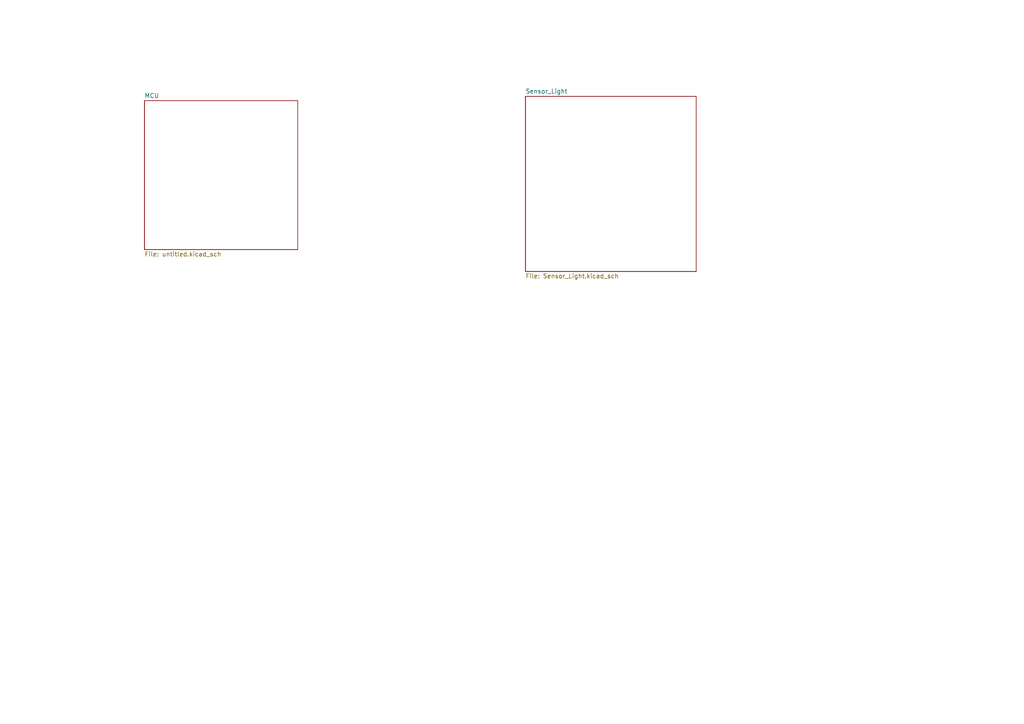
<source format=kicad_sch>
(kicad_sch
	(version 20250114)
	(generator "eeschema")
	(generator_version "9.0")
	(uuid "99b6ddd9-7ffe-4c85-972a-e0f594a166d4")
	(paper "A4")
	(lib_symbols)
	(sheet
		(at 41.91 29.21)
		(size 44.45 43.18)
		(exclude_from_sim no)
		(in_bom yes)
		(on_board yes)
		(dnp no)
		(fields_autoplaced yes)
		(stroke
			(width 0.1524)
			(type solid)
		)
		(fill
			(color 0 0 0 0.0000)
		)
		(uuid "521ed49f-67a8-4f65-9cb7-064f532bae28")
		(property "Sheetname" "MCU"
			(at 41.91 28.4984 0)
			(effects
				(font
					(size 1.27 1.27)
				)
				(justify left bottom)
			)
		)
		(property "Sheetfile" "untitled.kicad_sch"
			(at 41.91 72.9746 0)
			(effects
				(font
					(size 1.27 1.27)
				)
				(justify left top)
			)
		)
		(instances
			(project "Solar_Tracker_PCB_Main"
				(path "/99b6ddd9-7ffe-4c85-972a-e0f594a166d4"
					(page "2")
				)
			)
		)
	)
	(sheet
		(at 152.4 27.94)
		(size 49.53 50.8)
		(exclude_from_sim no)
		(in_bom yes)
		(on_board yes)
		(dnp no)
		(fields_autoplaced yes)
		(stroke
			(width 0.1524)
			(type solid)
		)
		(fill
			(color 0 0 0 0.0000)
		)
		(uuid "f97fc139-d272-4197-86c8-5477ab805d85")
		(property "Sheetname" "Sensor_Light"
			(at 152.4 27.2284 0)
			(effects
				(font
					(size 1.27 1.27)
				)
				(justify left bottom)
			)
		)
		(property "Sheetfile" "Sensor_Light.kicad_sch"
			(at 152.4 79.3246 0)
			(effects
				(font
					(size 1.27 1.27)
				)
				(justify left top)
			)
		)
		(instances
			(project "Solar_Tracker_PCB_Main"
				(path "/99b6ddd9-7ffe-4c85-972a-e0f594a166d4"
					(page "3")
				)
			)
		)
	)
	(sheet_instances
		(path "/"
			(page "1")
		)
	)
	(embedded_fonts no)
)

</source>
